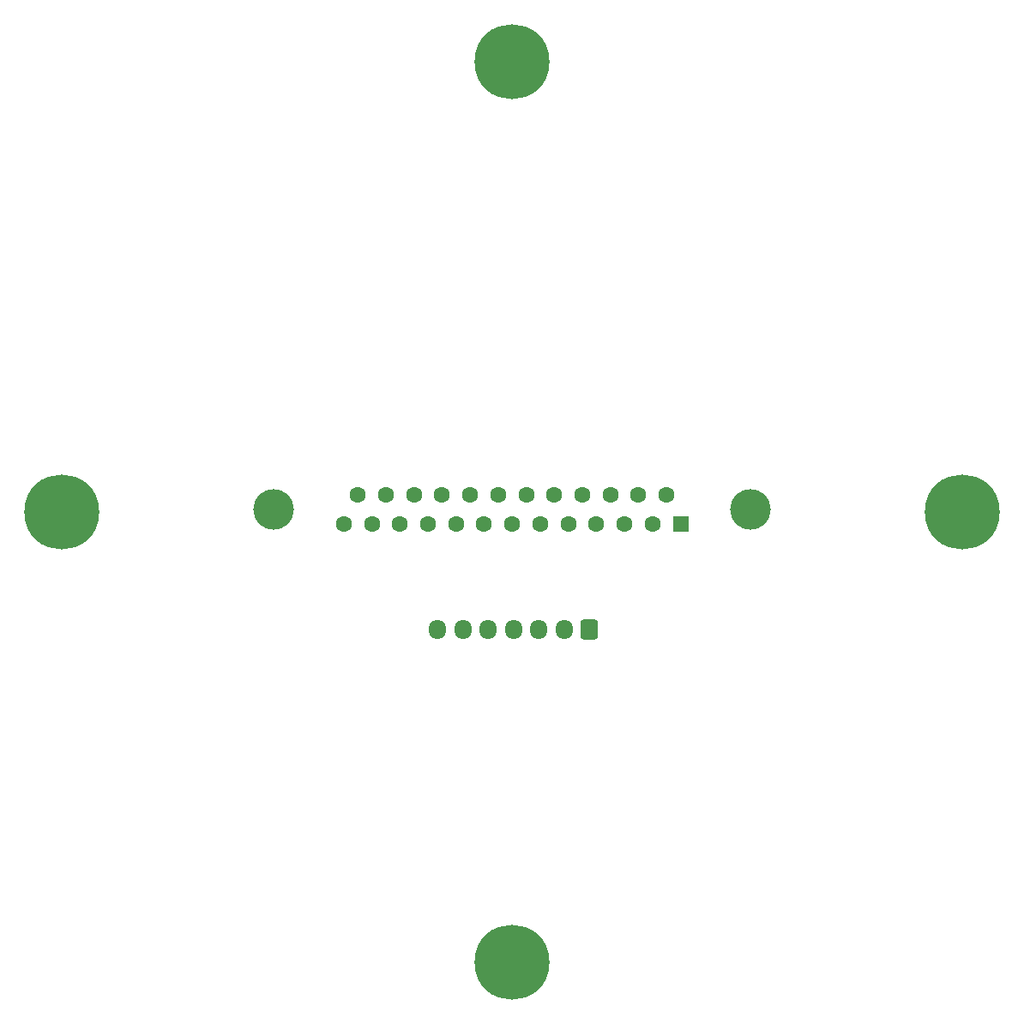
<source format=gbs>
%TF.GenerationSoftware,KiCad,Pcbnew,8.0.0*%
%TF.CreationDate,2024-02-27T15:34:21-08:00*%
%TF.ProjectId,PCB,5043422e-6b69-4636-9164-5f7063625858,rev?*%
%TF.SameCoordinates,Original*%
%TF.FileFunction,Soldermask,Bot*%
%TF.FilePolarity,Negative*%
%FSLAX46Y46*%
G04 Gerber Fmt 4.6, Leading zero omitted, Abs format (unit mm)*
G04 Created by KiCad (PCBNEW 8.0.0) date 2024-02-27 15:34:21*
%MOMM*%
%LPD*%
G01*
G04 APERTURE LIST*
G04 Aperture macros list*
%AMRoundRect*
0 Rectangle with rounded corners*
0 $1 Rounding radius*
0 $2 $3 $4 $5 $6 $7 $8 $9 X,Y pos of 4 corners*
0 Add a 4 corners polygon primitive as box body*
4,1,4,$2,$3,$4,$5,$6,$7,$8,$9,$2,$3,0*
0 Add four circle primitives for the rounded corners*
1,1,$1+$1,$2,$3*
1,1,$1+$1,$4,$5*
1,1,$1+$1,$6,$7*
1,1,$1+$1,$8,$9*
0 Add four rect primitives between the rounded corners*
20,1,$1+$1,$2,$3,$4,$5,0*
20,1,$1+$1,$4,$5,$6,$7,0*
20,1,$1+$1,$6,$7,$8,$9,0*
20,1,$1+$1,$8,$9,$2,$3,0*%
G04 Aperture macros list end*
%ADD10C,4.000000*%
%ADD11R,1.600000X1.600000*%
%ADD12C,1.600000*%
%ADD13C,4.100000*%
%ADD14C,7.400000*%
%ADD15RoundRect,0.250000X0.600000X0.725000X-0.600000X0.725000X-0.600000X-0.725000X0.600000X-0.725000X0*%
%ADD16O,1.700000X1.950000*%
G04 APERTURE END LIST*
D10*
X136455000Y-89770331D03*
X183555000Y-89770331D03*
D11*
X176625000Y-91190331D03*
D12*
X173855000Y-91190331D03*
X171085000Y-91190331D03*
X168315000Y-91190331D03*
X165545000Y-91190331D03*
X162775000Y-91190331D03*
X160005000Y-91190331D03*
X157235000Y-91190331D03*
X154465000Y-91190331D03*
X151695000Y-91190331D03*
X148925000Y-91190331D03*
X146155000Y-91190331D03*
X143385000Y-91190331D03*
X175240000Y-88350331D03*
X172470000Y-88350331D03*
X169700000Y-88350331D03*
X166930000Y-88350331D03*
X164160000Y-88350331D03*
X161390000Y-88350331D03*
X158620000Y-88350331D03*
X155850000Y-88350331D03*
X153080000Y-88350331D03*
X150310000Y-88350331D03*
X147540000Y-88350331D03*
X144770000Y-88350331D03*
D13*
X160000000Y-134450000D03*
D14*
X160000000Y-134450000D03*
D13*
X160000000Y-45550000D03*
D14*
X160000000Y-45550000D03*
D15*
X167640000Y-101600000D03*
D16*
X165140000Y-101600000D03*
X162640000Y-101600000D03*
X160140000Y-101600000D03*
X157640000Y-101600000D03*
X155140000Y-101600000D03*
X152640000Y-101600000D03*
D13*
X115550000Y-90000000D03*
D14*
X115550000Y-90000000D03*
D13*
X204450000Y-90000000D03*
D14*
X204450000Y-90000000D03*
M02*

</source>
